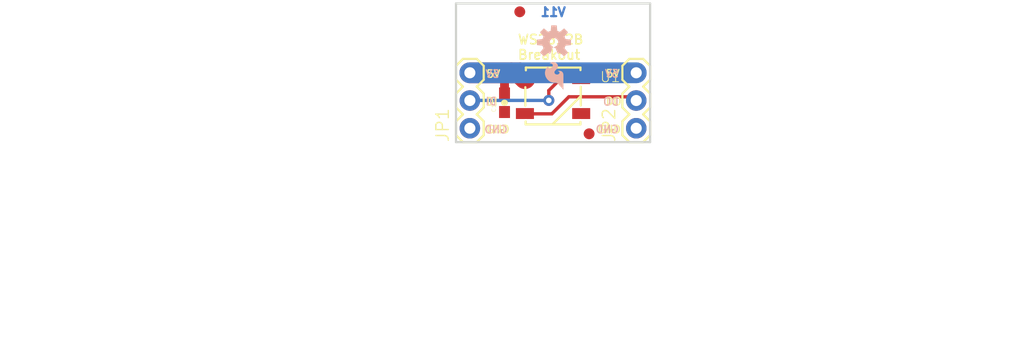
<source format=kicad_pcb>
(kicad_pcb (version 20241229) (generator "pcbnew") (generator_version "9.0")
  (layers (0 "F.Cu" signal) (2 "B.Cu" signal) (13 "F.Paste" user) (15 "B.Paste" user) (5 "F.SilkS" user "F.Silkscreen") (7 "B.SilkS" user "B.Silkscreen") (1 "F.Mask" user) (3 "B.Mask" user) (25 "Edge.Cuts" user))
  (net 0 "")
  (net 1 "VCC")
  (net 2 "GND")
  (net 3 "DO")
  (net 4 "DI")
  (footprint "CREATIVE_COMMONS" (layer "F.Cu") (at 118.159513 124.0536)
    (property "Reference" "FRAME1" (hide yes))
    (property "Value" "" (hide yes))
  )
  (footprint "WS2812B" (layer "F.Cu") (at 148.5011 107.1372)
    (property "Reference" "U1" (at 4.254 -1.2 0) (layer "F.SilkS") (effects (font (size 0.93472 0.93472) (thickness 0.08128)) (justify left bottom)))
    (property "Value" "WS2812B")
    (fp_line (start -2.54 0.889) (end -2.54 -0.8128) (stroke (width 0.2032)) (layer "F.SilkS"))
    (fp_line (start -2.509518 2.319021) (end -2.509518 2.5908) (stroke (width 0.2032)) (layer "F.SilkS"))
    (fp_line (start -2.509518 2.5908) (end -2.458718 2.5908) (stroke (width 0.2032)) (layer "F.SilkS"))
    (fp_line (start -2.4892 -2.616203) (end -2.4384 -2.616203) (stroke (width 0.2032)) (layer "F.SilkS"))
    (fp_line (start -2.4892 -2.362203) (end -2.4892 -2.616203) (stroke (width 0.2032)) (layer "F.SilkS"))
    (fp_line (start -2.458718 2.5908) (end -2.458718 2.59334) (stroke (width 0.2032)) (layer "F.SilkS"))
    (fp_line (start -2.458718 2.59334) (end 2.509518 2.59334) (stroke (width 0.2032)) (layer "F.SilkS"))
    (fp_line (start -2.4384 -2.616203) (end -2.4384 -2.611121) (stroke (width 0.2032)) (layer "F.SilkS"))
    (fp_line (start -2.4384 -2.611121) (end 2.512059 -2.611121) (stroke (width 0.2032)) (layer "F.SilkS"))
    (fp_line (start 2.509518 2.59334) (end 2.509518 2.367281) (stroke (width 0.2032)) (layer "F.SilkS"))
    (fp_line (start 2.512059 -2.611121) (end 2.512059 -2.379981) (stroke (width 0.2032)) (layer "F.SilkS"))
    (fp_line (start 2.54 -0.8636) (end 2.54 0) (stroke (width 0.2032)) (layer "F.SilkS"))
    (fp_line (start 2.54 0) (end 0 2.54) (stroke (width 0.2032)) (layer "F.SilkS"))
    (fp_line (start 2.54 0) (end 2.54 0.8636) (stroke (width 0.2032)) (layer "F.SilkS"))
    (pad "1" smd rect (at -2.577 -1.6) (size 1.651 1) (layers "F.Cu" "F.Mask" "F.Paste") (net 1 "VCC"))
    (pad "2" smd rect (at -2.577 1.6) (size 1.651 1) (layers "F.Cu" "F.Mask" "F.Paste") (net 3 "DO"))
    (pad "3" smd rect (at 2.577 1.6) (size 1.651 1) (layers "F.Cu" "F.Mask" "F.Paste") (net 2 "GND"))
    (pad "4" smd rect (at 2.577 -1.6) (size 1.651 1) (layers "F.Cu" "F.Mask" "F.Paste") (net 4 "DI"))
  )
  (footprint "1X03" (layer "F.Cu") (at 156.1211 110.0836 90)
    (property "Reference" "JP2" (at -1.3462 -1.8288 90) (layer "F.SilkS") (effects (font (size 1.143 1.143) (thickness 0.127)) (justify left bottom)))
    (property "Value" "OUTPUT")
    (fp_line (start 5.715 -1.27) (end 6.35 -0.635) (stroke (width 0.2032)) (layer "F.SilkS"))
    (fp_line (start 4.445 -1.27) (end 5.715 -1.27) (stroke (width 0.2032)) (layer "F.SilkS"))
    (fp_line (start 3.175 -1.27) (end 3.81 -0.635) (stroke (width 0.2032)) (layer "F.SilkS"))
    (fp_line (start 1.905 -1.27) (end 3.175 -1.27) (stroke (width 0.2032)) (layer "F.SilkS"))
    (fp_line (start 0.635 -1.27) (end 1.27 -0.635) (stroke (width 0.2032)) (layer "F.SilkS"))
    (fp_line (start -0.635 -1.27) (end 0.635 -1.27) (stroke (width 0.2032)) (layer "F.SilkS"))
    (fp_line (start -0.635 -1.27) (end -1.27 -0.635) (stroke (width 0.2032)) (layer "F.SilkS"))
    (fp_line (start 6.35 -0.635) (end 6.35 0.635) (stroke (width 0.2032)) (layer "F.SilkS"))
    (fp_line (start 3.81 -0.635) (end 4.445 -1.27) (stroke (width 0.2032)) (layer "F.SilkS"))
    (fp_line (start 1.27 -0.635) (end 1.905 -1.27) (stroke (width 0.2032)) (layer "F.SilkS"))
    (fp_line (start -1.27 -0.635) (end -1.27 0.635) (stroke (width 0.2032)) (layer "F.SilkS"))
    (fp_line (start 6.35 0.635) (end 5.715 1.27) (stroke (width 0.2032)) (layer "F.SilkS"))
    (fp_line (start 3.81 0.635) (end 3.175 1.27) (stroke (width 0.2032)) (layer "F.SilkS"))
    (fp_line (start 1.27 0.635) (end 0.635 1.27) (stroke (width 0.2032)) (layer "F.SilkS"))
    (fp_line (start -1.27 0.635) (end -0.635 1.27) (stroke (width 0.2032)) (layer "F.SilkS"))
    (fp_line (start 5.715 1.27) (end 4.445 1.27) (stroke (width 0.2032)) (layer "F.SilkS"))
    (fp_line (start 4.445 1.27) (end 3.81 0.635) (stroke (width 0.2032)) (layer "F.SilkS"))
    (fp_line (start 3.175 1.27) (end 1.905 1.27) (stroke (width 0.2032)) (layer "F.SilkS"))
    (fp_line (start 1.905 1.27) (end 1.27 0.635) (stroke (width 0.2032)) (layer "F.SilkS"))
    (fp_line (start 0.635 1.27) (end -0.635 1.27) (stroke (width 0.2032)) (layer "F.SilkS"))
    (pad "1" thru_hole circle (at 0 0 180) (size 1.8796 1.8796) (drill 1.016) (layers "*.Cu" "*.Mask" "In1.Cu" "In2.Cu" "In3.Cu" "In4.Cu" "In5.Cu" "In6.Cu" "In7.Cu" "In8.Cu" "In9.Cu" "In10.Cu" "In11.Cu" "In12.Cu" "In13.Cu" "In14.Cu" "In15.Cu" "In16.Cu" "In17.Cu" "In18.Cu" "In19.Cu" "In20.Cu" "In21.Cu" "In22.Cu" "In23.Cu" "In24.Cu" "In25.Cu" "In26.Cu" "In27.Cu" "In28.Cu" "In29.Cu" "In30.Cu") (net 2 "GND"))
    (pad "2" thru_hole circle (at 2.54 0 180) (size 1.8796 1.8796) (drill 1.016) (layers "*.Cu" "*.Mask" "In1.Cu" "In2.Cu" "In3.Cu" "In4.Cu" "In5.Cu" "In6.Cu" "In7.Cu" "In8.Cu" "In9.Cu" "In10.Cu" "In11.Cu" "In12.Cu" "In13.Cu" "In14.Cu" "In15.Cu" "In16.Cu" "In17.Cu" "In18.Cu" "In19.Cu" "In20.Cu" "In21.Cu" "In22.Cu" "In23.Cu" "In24.Cu" "In25.Cu" "In26.Cu" "In27.Cu" "In28.Cu" "In29.Cu" "In30.Cu") (net 3 "DO"))
    (pad "3" thru_hole circle (at 5.08 0 180) (size 1.8796 1.8796) (drill 1.016) (layers "*.Cu" "*.Mask" "In1.Cu" "In2.Cu" "In3.Cu" "In4.Cu" "In5.Cu" "In6.Cu" "In7.Cu" "In8.Cu" "In9.Cu" "In10.Cu" "In11.Cu" "In12.Cu" "In13.Cu" "In14.Cu" "In15.Cu" "In16.Cu" "In17.Cu" "In18.Cu" "In19.Cu" "In20.Cu" "In21.Cu" "In22.Cu" "In23.Cu" "In24.Cu" "In25.Cu" "In26.Cu" "In27.Cu" "In28.Cu" "In29.Cu" "In30.Cu") (net 1 "VCC"))
  )
  (footprint "FIDUCIAL-1X2" (layer "F.Cu") (at 145.4531 99.4156)
    (property "Reference" "FID1" (hide yes))
    (property "Value" "FIDUCIAL1X2" (hide yes))
    (pad "1" smd roundrect (at 0 0) (size 1 1) (layers "F.Cu" "F.Mask") (roundrect_rratio 0.5))
  )
  (footprint "STAND-OFF" (layer "F.Cu") (at 142.1511 101.1936)
    (property "Reference" "JP4" (hide yes))
    (property "Value" "STAND-OFF" (hide yes))
    (pad "" np_thru_hole circle (at 0 0) (size 3.302 3.302) (drill 3.302) (layers "*.Cu" "*.Mask" "In1.Cu" "In2.Cu" "In3.Cu" "In4.Cu" "In5.Cu" "In6.Cu" "In7.Cu" "In8.Cu" "In9.Cu" "In10.Cu" "In11.Cu" "In12.Cu" "In13.Cu" "In14.Cu" "In15.Cu" "In16.Cu" "In17.Cu" "In18.Cu" "In19.Cu" "In20.Cu" "In21.Cu" "In22.Cu" "In23.Cu" "In24.Cu" "In25.Cu" "In26.Cu" "In27.Cu" "In28.Cu" "In29.Cu" "In30.Cu"))
  )
  (footprint "STAND-OFF" (layer "F.Cu") (at 154.8511 101.1936)
    (property "Reference" "JP15" (hide yes))
    (property "Value" "STAND-OFF" (hide yes))
    (pad "" np_thru_hole circle (at 0 0) (size 3.302 3.302) (drill 3.302) (layers "*.Cu" "*.Mask" "In1.Cu" "In2.Cu" "In3.Cu" "In4.Cu" "In5.Cu" "In6.Cu" "In7.Cu" "In8.Cu" "In9.Cu" "In10.Cu" "In11.Cu" "In12.Cu" "In13.Cu" "In14.Cu" "In15.Cu" "In16.Cu" "In17.Cu" "In18.Cu" "In19.Cu" "In20.Cu" "In21.Cu" "In22.Cu" "In23.Cu" "In24.Cu" "In25.Cu" "In26.Cu" "In27.Cu" "In28.Cu" "In29.Cu" "In30.Cu"))
  )
  (footprint "0603-CAP" (layer "F.Cu") (at 144.0561 107.7468 90)
    (property "Reference" "C1" (at -0.889 -0.762 90) (layer "F.SilkS") (effects (font (size 0.373888 0.373888) (thickness 0.032512)) (justify left bottom)))
    (property "Value" "0.1uF")
    (fp_line (start 0 -0.0305) (end 0 0.0305) (stroke (width 0.5588)) (layer "F.SilkS"))
    (pad "1" smd rect (at -0.85 0 90) (size 1.1 1) (layers "F.Cu" "F.Mask" "F.Paste") (net 2 "GND"))
    (pad "2" smd rect (at 0.85 0 90) (size 1.1 1) (layers "F.Cu" "F.Mask" "F.Paste") (net 1 "VCC"))
  )
  (footprint "FIDUCIAL-1X2" (layer "F.Cu") (at 151.8031 110.5916)
    (property "Reference" "FID2" (hide yes))
    (property "Value" "FIDUCIAL1X2" (hide yes))
    (pad "1" smd roundrect (at 0 0) (size 1 1) (layers "F.Cu" "F.Mask") (roundrect_rratio 0.5))
  )
  (footprint "1X03" (layer "F.Cu") (at 140.8811 110.0836 90)
    (property "Reference" "JP1" (at -1.3462 -1.8288 90) (layer "F.SilkS") (effects (font (size 1.143 1.143) (thickness 0.127)) (justify left bottom)))
    (property "Value" "INPUT")
    (fp_line (start 5.715 -1.27) (end 6.35 -0.635) (stroke (width 0.2032)) (layer "F.SilkS"))
    (fp_line (start 4.445 -1.27) (end 5.715 -1.27) (stroke (width 0.2032)) (layer "F.SilkS"))
    (fp_line (start 3.175 -1.27) (end 3.81 -0.635) (stroke (width 0.2032)) (layer "F.SilkS"))
    (fp_line (start 1.905 -1.27) (end 3.175 -1.27) (stroke (width 0.2032)) (layer "F.SilkS"))
    (fp_line (start 0.635 -1.27) (end 1.27 -0.635) (stroke (width 0.2032)) (layer "F.SilkS"))
    (fp_line (start -0.635 -1.27) (end 0.635 -1.27) (stroke (width 0.2032)) (layer "F.SilkS"))
    (fp_line (start -0.635 -1.27) (end -1.27 -0.635) (stroke (width 0.2032)) (layer "F.SilkS"))
    (fp_line (start 6.35 -0.635) (end 6.35 0.635) (stroke (width 0.2032)) (layer "F.SilkS"))
    (fp_line (start 3.81 -0.635) (end 4.445 -1.27) (stroke (width 0.2032)) (layer "F.SilkS"))
    (fp_line (start 1.27 -0.635) (end 1.905 -1.27) (stroke (width 0.2032)) (layer "F.SilkS"))
    (fp_line (start -1.27 -0.635) (end -1.27 0.635) (stroke (width 0.2032)) (layer "F.SilkS"))
    (fp_line (start 6.35 0.635) (end 5.715 1.27) (stroke (width 0.2032)) (layer "F.SilkS"))
    (fp_line (start 3.81 0.635) (end 3.175 1.27) (stroke (width 0.2032)) (layer "F.SilkS"))
    (fp_line (start 1.27 0.635) (end 0.635 1.27) (stroke (width 0.2032)) (layer "F.SilkS"))
    (fp_line (start -1.27 0.635) (end -0.635 1.27) (stroke (width 0.2032)) (layer "F.SilkS"))
    (fp_line (start 5.715 1.27) (end 4.445 1.27) (stroke (width 0.2032)) (layer "F.SilkS"))
    (fp_line (start 4.445 1.27) (end 3.81 0.635) (stroke (width 0.2032)) (layer "F.SilkS"))
    (fp_line (start 3.175 1.27) (end 1.905 1.27) (stroke (width 0.2032)) (layer "F.SilkS"))
    (fp_line (start 1.905 1.27) (end 1.27 0.635) (stroke (width 0.2032)) (layer "F.SilkS"))
    (fp_line (start 0.635 1.27) (end -0.635 1.27) (stroke (width 0.2032)) (layer "F.SilkS"))
    (pad "1" thru_hole circle (at 0 0 180) (size 1.8796 1.8796) (drill 1.016) (layers "*.Cu" "*.Mask" "In1.Cu" "In2.Cu" "In3.Cu" "In4.Cu" "In5.Cu" "In6.Cu" "In7.Cu" "In8.Cu" "In9.Cu" "In10.Cu" "In11.Cu" "In12.Cu" "In13.Cu" "In14.Cu" "In15.Cu" "In16.Cu" "In17.Cu" "In18.Cu" "In19.Cu" "In20.Cu" "In21.Cu" "In22.Cu" "In23.Cu" "In24.Cu" "In25.Cu" "In26.Cu" "In27.Cu" "In28.Cu" "In29.Cu" "In30.Cu") (net 2 "GND"))
    (pad "2" thru_hole circle (at 2.54 0 180) (size 1.8796 1.8796) (drill 1.016) (layers "*.Cu" "*.Mask" "In1.Cu" "In2.Cu" "In3.Cu" "In4.Cu" "In5.Cu" "In6.Cu" "In7.Cu" "In8.Cu" "In9.Cu" "In10.Cu" "In11.Cu" "In12.Cu" "In13.Cu" "In14.Cu" "In15.Cu" "In16.Cu" "In17.Cu" "In18.Cu" "In19.Cu" "In20.Cu" "In21.Cu" "In22.Cu" "In23.Cu" "In24.Cu" "In25.Cu" "In26.Cu" "In27.Cu" "In28.Cu" "In29.Cu" "In30.Cu") (net 4 "DI"))
    (pad "3" thru_hole circle (at 5.08 0 180) (size 1.8796 1.8796) (drill 1.016) (layers "*.Cu" "*.Mask" "In1.Cu" "In2.Cu" "In3.Cu" "In4.Cu" "In5.Cu" "In6.Cu" "In7.Cu" "In8.Cu" "In9.Cu" "In10.Cu" "In11.Cu" "In12.Cu" "In13.Cu" "In14.Cu" "In15.Cu" "In16.Cu" "In17.Cu" "In18.Cu" "In19.Cu" "In20.Cu" "In21.Cu" "In22.Cu" "In23.Cu" "In24.Cu" "In25.Cu" "In26.Cu" "In27.Cu" "In28.Cu" "In29.Cu" "In30.Cu") (net 1 "VCC"))
  )
  (footprint "OSHW-LOGO-S" (layer "B.Cu") (at 148.587459 102.217222 180)
    (property "Reference" "LOGO1" (hide yes))
    (property "Value" "OSHW-LOGOS" (hide yes))
    (fp_poly (pts (xy 0.301646 1.06135) (xy 0.42347 1.022344) (xy 0.537176 0.963768) (xy 0.92862 1.282946) (xy 1.282946 0.92862) (xy 0.961034 0.533823) (xy 1.057045 0.302084) (xy 1.5638 0.250561) (xy 1.5638 -0.250561) (xy 1.057045 -0.302084) (xy 0.961034 -0.533823) (xy 1.282946 -0.92862) (xy 0.92862 -1.282946) (xy 0.537177 -0.963769) (xy 0.356601 -1.056794) (xy 0.088679 -0.410073) (xy 0.326262 -0.217599) (xy 0.373649 -0.121467) (xy 0.392728 -0.010339) (xy 0.379464 0.101633) (xy 0.334947 0.205228) (xy 0.262841 0.291917) (xy 0.169087 0.35456) (xy 0.061406 0.387998) (xy -0.051341 0.38948) (xy -0.159867 0.358881) (xy -0.255233 0.298724) (xy -0.329589 0.213961) (xy -0.376813 0.111569) (xy -0.392175 0.005766) (xy -0.322922 -0.222564) (xy -0.249312 -0.303772) (xy 0.091677 -0.5081) (xy -0.12929 -0.5081) (xy -0.355332 -1.053732) (xy -0.506597 -0.983577) (xy -0.538921 -0.965192) (xy -0.92862 -1.282946) (xy -1.282946 -0.92862) (xy -0.961034 -0.533823) (xy -1.057045 -0.302084) (xy -1.5638 -0.250561) (xy -1.5638 0.250561) (xy -1.057045 0.302084) (xy -0.961034 0.533823) (xy -1.282946 0.92862) (xy -0.92862 1.282946) (xy -0.533823 0.961034) (xy -0.302084 1.057045) (xy -0.250561 1.5638) (xy 0.250561 1.5638)) (fill yes) (layer "B.SilkS"))
  )
  (footprint "SFE_LOGO_FLAME_.1" (layer "B.Cu") (at 149.768559 106.913679 180)
    (property "Reference" "LOGO2" (hide yes))
    (property "Value" "SFE_LOGO_FLAME.1_INCH" (hide yes))
    (fp_poly (pts (xy 1.400856 2.872412) (xy 1.481136 2.832272) (xy 1.541341 2.802169) (xy 1.581668 2.771924) (xy 1.596132 2.75746) (xy 1.5794 2.75746) (xy 1.5594 2.76746) (xy 1.500312 2.76746) (xy 1.460557 2.757521) (xy 1.410831 2.747575) (xy 1.37134 2.72783) (xy 1.331871 2.698228) (xy 1.312203 2.668726) (xy 1.302353 2.649026) (xy 1.29254 2.619587) (xy 1.29254 2.560312) (xy 1.302357 2.521042) (xy 1.322113 2.491409) (xy 1.341973 2.461619) (xy 1.401668 2.401924) (xy 1.441472 2.372071) (xy 1.471274 2.352203) (xy 1.510888 2.332396) (xy 1.590312 2.31254) (xy 1.619587 2.31254) (xy 1.648628 2.32222) (xy 1.677912 2.351504) (xy 1.687647 2.370974) (xy 1.69746 2.400413) (xy 1.69746 2.494583) (xy 1.781656 2.44196) (xy 1.862034 2.351535) (xy 1.932311 2.2411) (xy 1.982465 2.090639) (xy 2.012554 1.930162) (xy 2.002521 1.759598) (xy 1.952375 1.569045) (xy 1.852125 1.388595) (xy 1.781908 1.298316) (xy 1.701736 1.218144) (xy 1.621502 1.147939) (xy 1.521132 1.087717) (xy 1.420808 1.047588) (xy 1.310544 1.017516) (xy 1.19021 0.99746) (xy 1.000208 0.99746) (xy 0.940894 0.987574) (xy 0.891307 0.957822) (xy 0.841574 0.927982) (xy 0.741869 0.828277) (xy 0.681929 0.758347) (xy 0.621865 0.688273) (xy 0.501876 0.568284) (xy 0.451878 0.508285) (xy 0.402017 0.458425) (xy 0.372017 0.408425) (xy 0.32254 0.358948) (xy 0.32254 0.34746) (xy 0.31746 0.34746) (xy 0.31746 1.730158) (xy 0.327504 1.810509) (xy 0.34765 1.88102) (xy 0.377822 1.931307) (xy 0.408057 1.981698) (xy 0.458444 2.022008) (xy 0.498745 2.052234) (xy 0.549273 2.072445) (xy 0.599542 2.082499) (xy 0.65979 2.09254) (xy 0.7806 2.09254) (xy 0.824288 2.070696) (xy 0.811505 2.057912) (xy 0.791136 2.047728) (xy 0.770974 2.037647) (xy 0.741371 2.027779) (xy 0.68222 1.968628) (xy 0.67254 1.939587) (xy 0.67254 1.900413) (xy 0.682303 1.871124) (xy 0.701973 1.841619) (xy 0.761428 1.782164) (xy 0.810723 1.762446) (xy 0.860253 1.75254) (xy 0.939688 1.75254) (xy 1.018957 1.772357) (xy 1.078262 1.811894) (xy 1.117733 1.861232) (xy 1.13746 1.920413) (xy 1.13746 1.98954) (xy 1.107815 2.068592) (xy 1.038151 2.138257) (xy 0.958095 2.22832) (xy 0.887911 2.308531) (xy 0.837601 2.399089) (xy 0.81746 2.489721) (xy 0.81746 2.570412) (xy 0.847686 2.66109) (xy 0.898085 2.741728) (xy 0.988603 2.812131) (xy 1.099143 2.872426) (xy 1.209771 2.89254) (xy 1.310279 2.89254)) (fill yes) (layer "B.SilkS"))
  )
  (gr_line (start 139.6111 98.6536) (end 157.3911 98.6536) (stroke (width 0.2032)) (layer "Edge.Cuts"))
  (gr_line (start 157.3911 98.6536) (end 157.3911 111.3536) (stroke (width 0.2032)) (layer "Edge.Cuts"))
  (gr_line (start 157.3911 111.3536) (end 139.6111 111.3536) (stroke (width 0.2032)) (layer "Edge.Cuts"))
  (gr_line (start 139.6111 111.3536) (end 139.6111 98.6536) (stroke (width 0.2032)) (layer "Edge.Cuts"))
  (gr_text "V11" (at 149.7711 99.9236 -0) (layer "B.Cu") (effects (font (size 0.8128 0.8128) (thickness 0.2032)) (justify left bottom mirror)))
  (gr_text "DI" (at 142.3289 108.0516 0) (layer "F.SilkS") (effects (font (size 0.69088 0.69088) (thickness 0.12192)) (justify left bottom)))
  (gr_text "DO" (at 153.26614 108.021122 0) (layer "F.SilkS") (effects (font (size 0.69088 0.69088) (thickness 0.12192)) (justify left bottom)))
  (gr_text "GND" (at 142.3289 110.5916 0) (layer "F.SilkS") (effects (font (size 0.69088 0.69088) (thickness 0.12192)) (justify left bottom)))
  (gr_text "Breakout" (at 145.1991 103.8606 0) (layer "F.SilkS") (effects (font (size 0.8636 0.8636) (thickness 0.1524)) (justify left bottom)))
  (gr_text "GND" (at 152.524459 110.5916 0) (layer "F.SilkS") (effects (font (size 0.69088 0.69088) (thickness 0.12192)) (justify left bottom)))
  (gr_text "5V" (at 153.2636 105.481122 0) (layer "F.SilkS") (effects (font (size 0.69088 0.69088) (thickness 0.12192)) (justify left bottom)))
  (gr_text "WS2812B" (at 145.1991 102.4636 0) (layer "F.SilkS") (effects (font (size 0.8636 0.8636) (thickness 0.1524)) (justify left bottom)))
  (gr_text "5V" (at 142.3289 105.5116 0) (layer "F.SilkS") (effects (font (size 0.69088 0.69088) (thickness 0.12192)) (justify left bottom)))
  (gr_text "DO" (at 154.5971 108.0516 -0) (layer "B.SilkS") (effects (font (size 0.69088 0.69088) (thickness 0.12192)) (justify left bottom mirror)))
  (gr_text "DI" (at 143.42364 108.03636 -0) (layer "B.SilkS") (effects (font (size 0.69088 0.69088) (thickness 0.12192)) (justify left bottom mirror)))
  (gr_text "GND" (at 154.5971 110.5916 -0) (layer "B.SilkS") (effects (font (size 0.69088 0.69088) (thickness 0.12192)) (justify left bottom mirror)))
  (gr_text "GND" (at 144.406618 110.6043 -0) (layer "B.SilkS") (effects (font (size 0.69088 0.69088) (thickness 0.12192)) (justify left bottom mirror)))
  (gr_text "5V" (at 143.657318 105.514141 -0) (layer "B.SilkS") (effects (font (size 0.69088 0.69088) (thickness 0.12192)) (justify left bottom mirror)))
  (gr_text "5V" (at 154.5971 105.4862 -0) (layer "B.SilkS") (effects (font (size 0.69088 0.69088) (thickness 0.12192)) (justify left bottom mirror)))
  (segment (start 145.4921 105.1306) (end 145.6699 105.1306) (width 1.905) (layer "F.Cu") (net 1))
  (segment (start 145.4921 105.0036) (end 145.4921 105.1306) (width 1.905) (layer "F.Cu") (net 1))
  (segment (start 144.6911 105.0036) (end 145.4921 105.0036) (width 1.905) (layer "F.Cu") (net 1))
  (segment (start 144.1831 105.3846) (end 144.3101 105.3846) (width 0.8128) (layer "F.Cu") (net 1))
  (segment (start 144.0561 105.6386) (end 144.3101 105.3846) (width 0.8128) (layer "F.Cu") (net 1))
  (segment (start 144.3101 105.3846) (end 144.6911 105.0036) (width 0.8128) (layer "F.Cu") (net 1))
  (segment (start 140.8811 105.0036) (end 144.6911 105.0036) (width 1.905) (layer "F.Cu") (net 1))
  (segment (start 144.0561 106.8968) (end 144.0561 105.6386) (width 0.8128) (layer "F.Cu") (net 1))
  (segment (start 145.6699 105.1306) (end 145.6699 105.283) (width 1.905) (layer "F.Cu") (net 1))
  (segment (start 145.6699 105.283) (end 145.9241 105.5372) (width 1.905) (layer "F.Cu") (net 1))
  (segment (start 156.1211 105.0036) (end 140.8811 105.0036) (width 1.905) (layer "B.Cu") (net 1))
  (segment (start 155.78074 107.203241) (end 156.1211 107.5436) (width 0.3048) (layer "F.Cu") (net 3))
  (segment (start 149.9489 107.203241) (end 155.78074 107.203241) (width 0.3048) (layer "F.Cu") (net 3))
  (segment (start 148.38954 108.7626) (end 145.9495 108.7626) (width 0.3048) (layer "F.Cu") (net 3))
  (segment (start 148.38954 108.7626) (end 149.9489 107.203241) (width 0.3048) (layer "F.Cu") (net 3))
  (segment (start 145.9495 108.7626) (end 145.9241 108.7372) (width 0.3048) (layer "F.Cu") (net 3))
  (segment (start 148.112481 106.624119) (end 149.169118 105.567482) (width 0.3048) (layer "F.Cu") (net 4))
  (segment (start 149.169118 105.567482) (end 151.047818 105.567482) (width 0.3048) (layer "F.Cu") (net 4))
  (segment (start 148.112481 107.533441) (end 148.112481 106.624119) (width 0.3048) (layer "F.Cu") (net 4))
  (segment (start 151.047818 105.567482) (end 151.0781 105.5372) (width 0.3048) (layer "F.Cu") (net 4))
  (via (at 148.112481 107.533441) (size 1.016) (drill 0.508) (layers "F.Cu" "B.Cu") (net 4))
  (segment (start 140.891259 107.533441) (end 148.112481 107.533441) (width 0.3048) (layer "B.Cu") (net 4))
  (segment (start 140.8811 107.5436) (end 140.891259 107.533441) (width 0.3048) (layer "B.Cu") (net 4))
)
</source>
